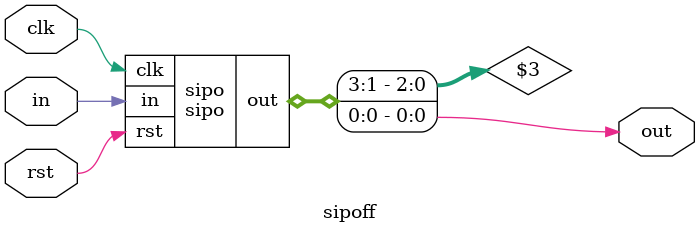
<source format=v>
module sipo(clk,rst,in,out);

input clk,in,rst;
output reg [3:0] out;
reg [3:0] x;

always @(posedge clk )
begin
if (rst)
out = 4'b0000;
else
x = out >>1 ;
out = {in,x[2:0]};
end
endmodule

module sipoff(input clk,rst,in, output out);
sipo sipo(clk,rst,in,out);
endmodule

</source>
